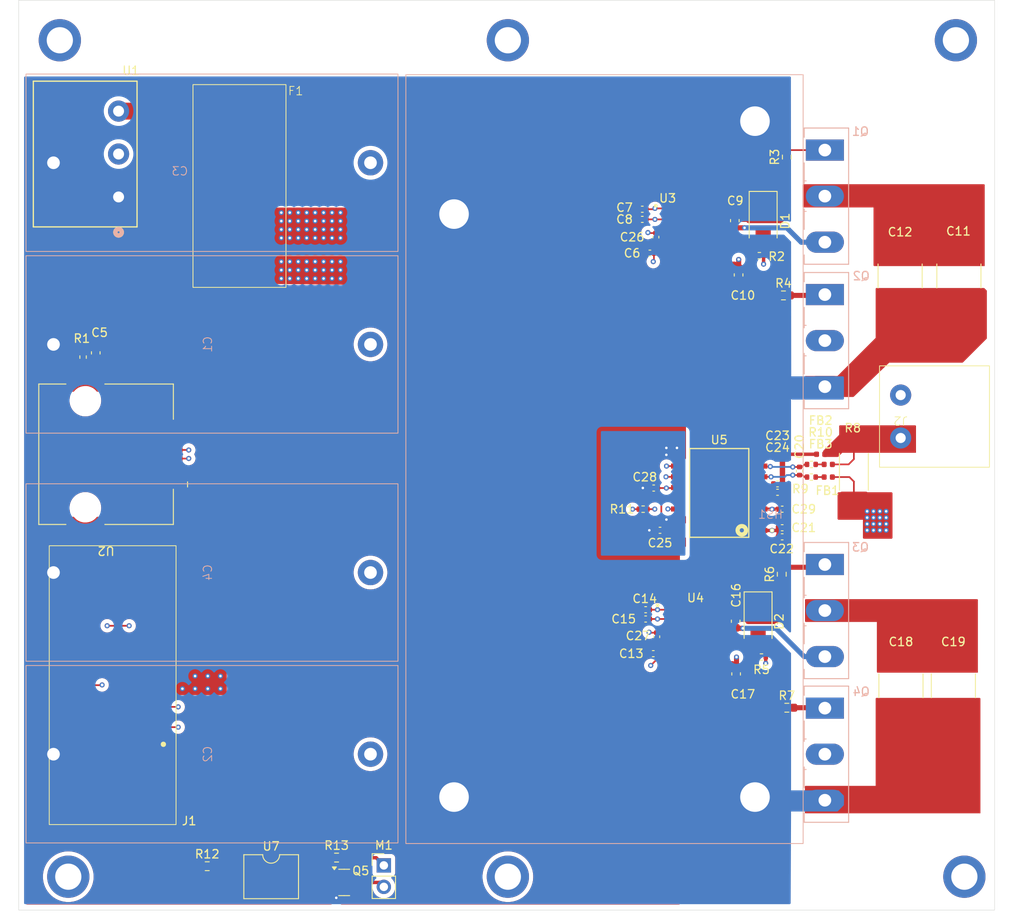
<source format=kicad_pcb>
(kicad_pcb (version 20241229) (generator "pcbnew") (generator_version "9.0")
  (layers (0 "F.Cu" signal) (4 "In1.Cu" signal) (6 "In2.Cu" signal) (2 "B.Cu" signal) (13 "F.Paste" user) (15 "B.Paste" user) (5 "F.SilkS" user "F.Silkscreen") (7 "B.SilkS" user "B.Silkscreen") (1 "F.Mask" user) (3 "B.Mask" user) (25 "Edge.Cuts" user))
  (net 0 "")
  (net 1 "GND")
  (net 2 "200V")
  (net 3 "Net-(F1-Pad1)")
  (net 4 "12V")
  (net 5 "ISOGND")
  (net 6 "Net-(U5-INN)")
  (net 11 "Net-(U5-INP)")
  (net 14 "Net-(D1-A)")
  (net 15 "Net-(U3-GNDB)")
  (net 16 "Net-(D2-A)")
  (net 17 "Net-(U4-GNDB)")
  (net 18 "Net-(D1-K)")
  (net 19 "Net-(D2-K)")
  (net 20 "LEGAH")
  (net 21 "LEGAL")
  (net 22 "DIS")
  (net 23 "3V3")
  (net 24 "Net-(Q1-G)")
  (net 25 "/legA/OUT")
  (net 26 "Net-(Q2-G)")
  (net 27 "Net-(Q3-G)")
  (net 28 "/isense/HGND")
  (net 29 "Net-(Q4-G)")
  (net 30 "Net-(U3-OUTA)")
  (net 31 "Net-(U3-OUTB)")
  (net 32 "Net-(U4-OUTA)")
  (net 33 "Net-(U4-OUTB)")
  (net 36 "Net-(U5-DCDC_OUT)")
  (net 37 "Net-(U5-HLDO_OUT)")
  (net 38 "Net-(U5-DCDC_IN)")
  (net 39 "/isense/in+")
  (net 40 "Net-(FB1-Pad2)")
  (net 41 "/isense/in-")
  (net 42 "Net-(FB2-Pad2)")
  (net 43 "/isense/diag")
  (net 44 "/isense/out-")
  (net 45 "/isense/out+")
  (net 48 "Net-(C5-Pad1)")
  (net 49 "Net-(R12-Pad2)")
  (net 50 "/fan/fan")
  (net 51 "Net-(R13-Pad1)")
  (net 52 "Net-(M1--)")
  (footprint "Capacitor_SMD:C_2220_5750Metric_Pad1.97x5.40mm_HandSolder" (layer "F.Cu") (at 175.352 72.898 -90)
    (property "Reference" "C11")
    (property "Value" "1u")
  )
  (footprint "Capacitor_SMD:C_0402_1005Metric" (layer "F.Cu") (at 154.45 102.7)
    (property "Reference" "C21")
    (property "Value" "1u")
  )
  (footprint "Resistor_SMD:R_0603_1608Metric" (layer "F.Cu") (at 86.435721 142.758539)
    (property "Reference" "R12")
    (property "Value" "430")
  )
  (footprint "Resistor_SMD:R_0402_1005Metric" (layer "F.Cu") (at 138 100.5)
    (property "Reference" "R11")
    (property "Value" "47k")
  )
  (footprint "mdriver:CONN_1148070000_WED" (layer "F.Cu") (at 75.9497 63.5466 90)
    (property "Reference" "U1")
    (property "Value" "~")
  )
  (footprint "Capacitor_SMD:C_0402_1005Metric" (layer "F.Cu") (at 139.5 68.3 -90)
    (property "Reference" "C26")
    (property "Value" "100nF")
  )
  (footprint "Diode_SMD:D_SMA" (layer "F.Cu") (at 152.2 66.4 -90)
    (property "Reference" "D1")
    (property "Value" "D")
  )
  (footprint "Capacitor_SMD:C_0402_1005Metric" (layer "F.Cu") (at 139.6 115.6 -90)
    (property "Reference" "C27")
    (property "Value" "100nF")
  )
  (footprint "Resistor_SMD:R_0603_1608Metric" (layer "F.Cu") (at 101.737926 141.738166)
    (property "Reference" "R13")
    (property "Value" "2k")
  )
  (footprint "Connector_PinHeader_2.54mm:PinHeader_1x02_P2.54mm_Vertical" (layer "F.Cu") (at 107.328818 142.663354)
    (property "Reference" "M1")
    (property "Value" "Fan")
  )
  (footprint "Resistor_SMD:R_0402_1005Metric" (layer "F.Cu") (at 71.75 82.5 90)
    (property "Reference" "R1")
    (property "Value" "1Meg")
  )
  (footprint "Capacitor_SMD:C_0402_1005Metric" (layer "F.Cu") (at 139.25 98 180)
    (property "Reference" "C28")
    (property "Value" "100nF")
  )
  (footprint "Resistor_SMD:R_0402_1005Metric" (layer "F.Cu") (at 152 118 180)
    (property "Reference" "R5")
    (property "Value" "10")
  )
  (footprint "Capacitor_SMD:C_2220_5750Metric_Pad1.97x5.40mm_HandSolder" (layer "F.Cu") (at 168.5 121.4 -90)
    (property "Reference" "C18")
    (property "Value" "1u")
  )
  (footprint "Capacitor_SMD:C_0603_1608Metric" (layer "F.Cu") (at 148.85 66.35 -90)
    (property "Reference" "C9")
    (property "Value" "1uF")
  )
  (footprint "Package_DIP:SMDIP-4_W9.53mm_Clearance8mm" (layer "F.Cu") (at 94 144)
    (property "Reference" "U7")
    (property "Value" "SFH617A-1X007T")
  )
  (footprint "mdriver:J_Wurth_WR-MJ_634008149821" (layer "F.Cu") (at 74.47 94 180)
    (property "Reference" "U2")
    (property "Value" "~")
  )
  (footprint "Inductor_SMD:L_0402_1005Metric" (layer "F.Cu") (at 159.9 95.2 180)
    (property "Reference" "FB2")
    (property "Value" "2.2Ohm")
  )
  (footprint "Diode_SMD:D_SMA" (layer "F.Cu") (at 151.6 113.8 -90)
    (property "Reference" "D2")
    (property "Value" "D")
  )
  (footprint "Capacitor_SMD:C_0402_1005Metric" (layer "F.Cu") (at 156.5 95.98546 90)
    (property "Reference" "C20")
    (property "Value" "1u")
  )
  (footprint "Capacitor_SMD:C_2220_5750Metric_Pad1.97x5.40mm_HandSolder" (layer "F.Cu") (at 168.402 72.898 -90)
    (property "Reference" "C12")
    (property "Value" "1u")
  )
  (footprint "Capacitor_SMD:C_0402_1005Metric" (layer "F.Cu") (at 137.9 65 180)
    (property "Reference" "C7")
    (property "Value" "100pF")
  )
  (footprint "mdriver:fuse" (layer "F.Cu") (at 90.25 62.25)
    (property "Reference" "F1")
    (property "Value" "Fuse")
  )
  (footprint "Capacitor_SMD:C_0402_1005Metric" (layer "F.Cu") (at 137.9 66.2 180)
    (property "Reference" "C8")
    (property "Value" "100pF")
  )
  (footprint "mdriver:10pin_data_connector" (layer "F.Cu") (at 75.25 121.33 90)
    (property "Reference" "J1")
    (property "Value" "Conn_02x05_Odd_Even")
  )
  (footprint "Capacitor_SMD:C_0402_1005Metric" (layer "F.Cu") (at 138.3 112.4 180)
    (property "Reference" "C14")
    (property "Value" "100pF")
  )
  (footprint "Capacitor_SMD:C_0603_1608Metric" (layer "F.Cu") (at 149.293619 72.775 -90)
    (property "Reference" "C10")
    (property "Value" "1uF")
  )
  (footprint "Resistor_SMD:R_0603_1608Metric" (layer "F.Cu") (at 155 58.825 90)
    (property "Reference" "R3")
    (property "Value" "3.3")
  )
  (footprint "Capacitor_SMD:C_0402_1005Metric" (layer "F.Cu") (at 154.45 100.5)
    (property "Reference" "C29")
    (property "Value" "100nF")
  )
  (footprint "Capacitor_SMD:C_2220_5750Metric_Pad1.97x5.40mm_HandSolder" (layer "F.Cu") (at 174.7 121.4 -90)
    (property "Reference" "C19")
    (property "Value" "1u")
  )
  (footprint "Resistor_SMD:R_0402_1005Metric" (layer "F.Cu") (at 151.75 70.5 180)
    (property "Reference" "R2")
    (property "Value" "10")
  )
  (footprint "Capacitor_SMD:C_0402_1005Metric" (layer "F.Cu") (at 139.2 117.6 180)
    (property "Reference" "C13")
    (property "Value" "100nF")
  )
  (footprint "Capacitor_SMD:C_0402_1005Metric" (layer "F.Cu") (at 153.9 97.5)
    (property "Reference" "C24")
    (property "Value" "100nF")
  )
  (footprint "Inductor_SMD:L_0402_1005Metric" (layer "F.Cu") (at 159 94 180)
    (property "Reference" "FB3")
    (property "Value" "2.2Ohm")
  )
  (footprint "Capacitor_SMD:C_0402_1005Metric" (layer "F.Cu") (at 153.9 98.5)
    (property "Reference" "C23")
    (property "Value" "1nF")
  )
  (footprint "Capacitor_SMD:C_0603_1608Metric" (layer "F.Cu") (at 148.949067 113.764067 -90)
    (property "Reference" "C16")
    (property "Value" "1uF")
  )
  (footprint "Resistor_SMD:R_0603_1608Metric" (layer "F.Cu") (at 155 124)
    (property "Reference" "R7")
    (property "Value" "3.3")
  )
  (footprint "Resistor_SMD:R_0603_1608Metric" (layer "F.Cu") (at 154.4 108.2 90)
    (property "Reference" "R6")
    (property "Value" "3.3")
  )
  (footprint "mdriver:SOIC-16" (layer "F.Cu") (at 144.199067 116.889067 -90)
    (property "Reference" "U4")
    (property "Value" "~")
  )
  (footprint "Capacitor_SMD:C_0402_1005Metric" (layer "F.Cu") (at 154.45 103.775)
    (property "Reference" "C22")
    (property "Value" "100nF")
  )
  (footprint "Capacitor_SMD:C_0402_1005Metric" (layer "F.Cu") (at 138.8 70.2 180)
    (property "Reference" "C6")
    (property "Value" "100nF")
  )
  (footprint "Inductor_SMD:L_0402_1005Metric" (layer "F.Cu") (at 159.9 96.7 180)
    (property "Reference" "FB1")
    (property "Value" "2.2Ohm")
  )
  (footprint "mdriver:PAMC3302DWER" (layer "F.Cu") (at 147 98.575 180)
    (property "Reference" "U5")
    (property "Value" "~")
  )
  (footprint "Capacitor_SMD:C_0603_1608Metric" (layer "F.Cu") (at 149 120 -90)
    (property "Reference" "C17")
    (property "Value" "1uF")
  )
  (footprint "Resistor_SMD:R_0603_1608Metric" (layer "F.Cu") (at 154.6 75.2)
    (property "Reference" "R4")
    (property "Value" "3.3")
  )
  (footprint "Capacitor_SMD:C_0402_1005Metric" (layer "F.Cu") (at 138.3 113.5 180)
    (property "Reference" "C15")
    (property "Value" "100pF")
  )
  (footprint "Package_TO_SOT_SMD:SOT-23" (layer "F.Cu") (at 102.636601 144.680436)
    (property "Reference" "Q5")
    (property "Value" "2N7002E")
  )
  (footprint "Resistor_SMD:R_2512_6332Metric_Pad1.40x3.35mm_HandSolder" (layer "F.Cu") (at 162.931546 96.074636 90)
    (property "Reference" "R8")
    (property "Value" "3m")
  )
  (footprint "Resistor_SMD:R_0402_1005Metric" (layer "F.Cu") (at 157.9 95.2 180)
    (property "Reference" "R10")
    (property "Value" "10")
  )
  (footprint "Resistor_SMD:R_0402_1005Metric" (layer "F.Cu") (at 157.9 96.7 180)
    (property "Reference" "R9")
    (property "Value" "10")
  )
  (footprint "mdriver:weidmuller_20A_2pin" (layer "F.Cu") (at 168.466 89.535 180)
    (property "Reference" "J2")
    (property "Value" "Conn_01x02")
  )
  (footprint "mdriver:SOIC-16" (layer "F.Cu") (at 144 69.6 -90)
    (property "Reference" "U3")
    (property "Value" "~")
  )
  (footprint "Capacitor_SMD:C_0603_1608Metric" (layer "F.Cu") (at 73.25 82 90)
    (property "Reference" "C5")
    (property "Value" "1uF")
  )
  (footprint "Capacitor_SMD:C_0402_1005Metric" (layer "F.Cu") (at 140 103 180)
    (property "Reference" "C25")
    (property "Value" "100nF")
  )
  (footprint "mdriver:hex_spacer" (layer "B.Cu") (at 69 45 180)
    (property "Reference" "S3" (hide yes))
    (property "Value" "Hex Spacer 25mm")
  )
  (footprint "Package_TO_SOT_THT:TO-247-3_Vertical" (layer "B.Cu") (at 159.5 75.1 -90)
    (property "Reference" "Q2")
    (property "Value" "NMOS")
  )
  (footprint "Package_TO_SOT_THT:TO-247-3_Vertical" (layer "B.Cu") (at 159.5 107.05 -90)
    (property "Reference" "Q3")
    (property "Value" "NMOS" (hide yes))
  )
  (footprint "mdriver:film_cap_25uF" (layer "B.Cu") (at 87 129.5 -90)
    (property "Reference" "C2")
    (property "Value" "25uF")
  )
  (footprint "Package_TO_SOT_THT:TO-247-3_Vertical" (layer "B.Cu") (at 159.5 124.05 -90)
    (property "Reference" "Q4")
    (property "Value" "NMOS")
  )
  (footprint "mdriver:hex_spacer" (layer "B.Cu") (at 70 144 180)
    (property "Reference" "S4" (hide yes))
    (property "Value" "Hex Spacer 25mm")
  )
  (footprint "mdriver:hex_spacer" (layer "B.Cu") (at 176 144 180)
    (property "Reference" "S2" (hide yes))
    (property "Value" "Hex Spacer 25mm")
  )
  (footprint "mdriver:film_cap_25uF" (layer "B.Cu") (at 87 108 -90)
    (property "Reference" "C4")
    (property "Value" "25uF")
  )
  (footprint "mdriver:hex_spacer" (layer "B.Cu") (at 175 45 180)
    (property "Reference" "S1" (hide yes))
    (property "Value" "Hex Spacer 25mm")
  )
  (footprint "Package_TO_SOT_THT:TO-247-3_Vertical" (layer "B.Cu") (at 159.5 58 -90)
    (property "Reference" "Q1")
    (property "Value" "NMOS")
  )
  (footprint "mdriver:film_cap_25uF" (layer "B.Cu") (at 87 81 -90)
    (property "Reference" "C1")
    (property "Value" "25uF")
  )
  (footprint "mdriver:heatsink_assman" (layer "B.Cu") (at 133.431546 94.574636 180)
    (property "Reference" "HS1")
    (property "Value" "Heatsink_Pad")
  )
  (footprint "mdriver:film_cap_25uF" (layer "B.Cu") (at 87 59.5 -90)
    (property "Reference" "C3")
    (property "Value" "25uF")
  )
  (footprint "mdriver:hex_spacer" (layer "B.Cu") (at 122 144 180)
    (property "Reference" "S5" (hide yes))
    (property "Value" "Hex Spacer 25mm")
  )
  (footprint "mdriver:hex_spacer" (layer "B.Cu") (at 122 45 180)
    (property "Reference" "S6" (hide yes))
    (property "Value" "Hex Spacer 25mm")
  )
  (gr_poly (pts (xy 165.75 119.75) (xy 165.75 113.75) (xy 157.25 113.75) (xy 157.25 111.25) (xy 177.5 111.25) (xy 177.5 119.75)) (stroke (width 0.2)) (fill yes) (layer "F.Cu") (net 2))
  (gr_poly (pts (xy 170.18 90.678) (xy 170.18 93.726) (xy 161.29 93.726) (xy 161.29 90.678)) (stroke (width 0.2)) (fill yes) (layer "F.Cu") (net 41))
  (gr_poly (pts (xy 165.354 64.69) (xy 156.972 64.69) (xy 156.972 62.138) (xy 178.308 62.138) (xy 178.308 71.628) (xy 165.354 71.628)) (stroke (width 0.2)) (fill yes) (layer "F.Cu") (net 2))
  (gr_poly (pts (xy 165.608 122.936) (xy 177.8 122.936) (xy 177.8 136.398) (xy 157.226 136.398) (xy 157.226 133.35) (xy 165.608 133.35)) (stroke (width 0.2)) (fill yes) (layer "F.Cu") (net 1))
  (gr_line (start 73.26 82.75) (end 73.27 84.38) (stroke (width 0.4)) (layer "F.Cu") (net 48))
  (gr_poly (pts (xy 165.608 74.422) (xy 178.308 74.422) (xy 178.562 74.676) (xy 178.562 80.264) (xy 175.768 83.058) (xy 167.07104 83.058) (xy 162.84448 87.122) (xy 157.226 87.122) (xy 157.226 84.836) (xy 161.036 84.836) (xy 165.608 80.264) (xy 165.608 77.978)) (stroke (width 0.2)) (fill yes) (layer "F.Cu") (net 1))
  (gr_rect (start 64.135 40.26) (end 179.575 147.95) (stroke (width 0.05)) (fill no) (layer "Edge.Cuts"))
  (segment (start 99.809128 145.27) (end 100.169564 145.630436) (width 0.2) (layer "F.Cu") (net 1))
  (segment (start 100.169564 145.630436) (end 101.699101 145.630436) (width 0.2) (layer "F.Cu") (net 1))
  (segment (start 101.699101 146.499101) (end 101.7 146.5) (width 0.2) (layer "F.Cu") (net 1))
  (segment (start 98.765 145.27) (end 99.809128 145.27) (width 0.2) (layer "F.Cu") (net 1))
  (segment (start 101.699101 145.630436) (end 101.699101 146.499101) (width 0.2) (layer "F.Cu") (net 1))
  (via (at 101.7 146.5) (size 0.6) (drill 0.3) (layers "F.Cu" "B.Cu") (net 1))
  (via (at 95.2 66.4) (size 0.6) (drill 0.3) (layers "F.Cu" "B.Cu") (net 2))
  (via (at 102.2 66.4) (size 0.6) (drill 0.3) (layers "F.Cu" "B.Cu") (net 2))
  (via (at 95.2 68.4) (size 0.6) (drill 0.3) (layers "F.Cu" "B.Cu") (net 2))
  (via (at 101.2 73.2) (size 0.6) (drill 0.3) (layers "F.Cu" "B.Cu") (net 2))
  (via (at 95.2 72.2) (size 0.6) (drill 0.3) (layers "F.Cu" "B.Cu") (net 2))
  (via (at 96.2 67.4) (size 0.6) (drill 0.3) (layers "F.Cu" "B.Cu") (net 2))
  (via (at 96.2 71.2) (size 0.6) (drill 0.3) (layers "F.Cu" "B.Cu") (net 2))
  (via (at 101.2 66.4) (size 0.6) (drill 0.3) (layers "F.Cu" "B.Cu") (net 2))
  (via (at 98.2 66.4) (size 0.6) (drill 0.3) (layers "F.Cu" "B.Cu") (net 2))
  (via (at 97.2 68.4) (size 0.6) (drill 0.3) (layers "F.Cu" "B.Cu") (net 2))
  (via (at 95.2 67.4) (size 0.6) (drill 0.3) (layers "F.Cu" "B.Cu") (net 2))
  (via (at 98.2 67.4) (size 0.6) (drill 0.3) (layers "F.Cu" "B.Cu") (net 2))
  (via (at 99.2 66.4) (size 0.6) (drill 0.3) (layers "F.Cu" "B.Cu") (net 2))
  (via (at 100.2 73.2) (size 0.6) (drill 0.3) (layers "F.Cu" "B.Cu") (net 2))
  (via (at 95.2 73.2) (size 0.6) (drill 0.3) (layers "F.Cu" "B.Cu") (net 2))
  (via (at 100.2 72.2) (size 0.6) (drill 0.3) (layers "F.Cu" "B.Cu") (net 2))
  (via (at 100.2 67.4) (size 0.6) (drill 0.3) (layers "F.Cu" "B.Cu") (net 2))
  (via (at 99.2 73.2) (size 0.6) (drill 0.3) (layers "F.Cu" "B.Cu") (net 2))
  (via (at 102.2 65.4) (size 0.6) (drill 0.3) (layers "F.Cu" "B.Cu") (net 2))
  (via (at 97.2 66.4) (size 0.6) (drill 0.3) (layers "F.Cu" "B.Cu") (net 2))
  (via (at 100.2 65.4) (size 0.6) (drill 0.3) (layers "F.Cu" "B.Cu") (net 2))
  (via (at 102.2 68.4) (size 0.6) (drill 0.3) (layers "F.Cu" "B.Cu") (net 2))
  (via (at 101.2 72.2) (size 0.6) (drill 0.3) (layers "F.Cu" "B.Cu") (net 2))
  (via (at 99.2 65.4) (size 0.6) (drill 0.3) (layers "F.Cu" "B.Cu") (net 2))
  (via (at 96.2 68.4) (size 0.6) (drill 0.3) (layers "F.Cu" "B.Cu") (net 2))
  (via (at 98.2 65.4) (size 0.6) (drill 0.3) (layers "F.Cu" "B.Cu") (net 2))
  (via (at 97.2 71.2) (size 0.6) (drill 0.3) (layers "F.Cu" "B.Cu") (net 2))
  (via (at 98.2 73.2) (size 0.6) (drill 0.3) (layers "F.Cu" "B.Cu") (net 2))
  (via (at 100.2 68.4) (size 0.6) (drill 0.3) (layers "F.Cu" "B.Cu") (net 2))
  (via (at 98.2 71.2) (size 0.6) (drill 0.3) (layers "F.Cu" "B.Cu") (net 2))
  (via (at 100.2 66.4) (size 0.6) (drill 0.3) (layers "F.Cu" "B.Cu") (net 2))
  (via (at 99.2 72.2) (size 0.6) (drill 0.3) (layers "F.Cu" "B.Cu") (net 2))
  (via (at 101.2 67.4) (size 0.6) (drill 0.3) (layers "F.Cu" "B.Cu") (net 2))
  (via (at 99.2 67.4) (size 0.6) (drill 0.3) (layers "F.Cu" "B.Cu") (net 2))
  (via (at 96.2 66.4) (size 0.6) (drill 0.3) (layers "F.Cu" "B.Cu") (net 2))
  (via (at 101.2 71.2) (size 0.6) (drill 0.3) (layers "F.Cu" "B.Cu") (net 2))
  (via (at 98.2 72.2) (size 0.6) (drill 0.3) (layers "F.Cu" "B.Cu") (net 2))
  (via (at 102.2 71.2) (size 0.6) (drill 0.3) (layers "F.Cu" "B.Cu") (net 2))
  (via (at 97.2 72.2) (size 0.6) (drill 0.3) (layers "F.Cu" "B.Cu") (net 2))
  (via (at 97.2 67.4) (size 0.6) (drill 0.3) (layers "F.Cu" "B.Cu") (net 2))
  (via (at 96.2 72.2) (size 0.6) (drill 0.3) (layers "F.Cu" "B.Cu") (net 2))
  (via (at 99.2 71.2) (size 0.6) (drill 0.3) (layers "F.Cu" "B.Cu") (net 2))
  (via (at 102.2 73.2) (size 0.6) (drill 0.3) (layers "F.Cu" "B.Cu") (net 2))
  (via (at 97.2 73.2) (size 0.6) (drill 0.3) (layers "F.Cu" "B.Cu") (net 2))
  (via (at 102.2 72.2) (size 0.6) (drill 0.3) (layers "F.Cu" "B.Cu") (net 2))
  (via (at 102.2 67.4) (size 0.6) (drill 0.3) (layers "F.Cu" "B.Cu") (net 2))
  (via (at 98.2 68.4) (size 0.6) (drill 0.3) (layers "F.Cu" "B.Cu") (net 2))
  (via (at 99.2 68.4) (size 0.6) (drill 0.3) (layers "F.Cu" "B.Cu") (net 2))
  (via (at 97.2 65.4) (size 0.6) (drill 0.3) (layers "F.Cu" "B.Cu") (net 2))
  (via (at 101.2 68.4) (size 0.6) (drill 0.3) (layers "F.Cu" "B.Cu") (net 2))
  (via (at 96.2 73.2) (size 0.6) (drill 0.3) (layers "F.Cu" "B.Cu") (net 2))
  (via (at 100.2 71.2) (size 0.6) (drill 0.3) (layers "F.Cu" "B.Cu") (net 2))
  (via (at 96.2 65.4) (size 0.6) (drill 0.3) (layers "F.Cu" "B.Cu") (net 2))
  (via (at 95.2 71.2) (size 0.6) (drill 0.3) (layers "F.Cu" "B.Cu") (net 2))
  (via (at 101.2 65.4) (size 0.6) (drill 0.3) (layers "F.Cu" "B.Cu") (net 2))
  (via (at 95.2 65.4) (size 0.6) (drill 0.3) (layers "F.Cu" "B.Cu") (net 2))
  (segment (start 75.9497 53.3866) (end 89.8866 53.3866) (width 2) (layer "F.Cu") (net 3))
  (segment (start 89.8866 53.3866) (end 90.25 53.75) (width 0.2) (layer "F.Cu") (net 3))
  (segment (start 149.3044 70.945108) (end 149.3044 71.989219) (width 0.6) (layer "F.Cu") (net 4))
  (segment (start 149.046875 118.006954) (end 149.046875 119.178125) (width 0.6) (layer "F.Cu") (net 4))
  (segment (start 105.988166 141.738166) (end 102.562926 141.738166) (width 0.4) (layer "F.Cu") (net 4))
  (segment (start 106 141.75) (end 105.988166 141.738166) (width 0.4) (layer "F.Cu") (net 4))
  (segment (start 152.25 71.5) (end 152.25 70.51) (width 0.4) (layer "F.Cu") (net 4))
  (segment (start 106.415464 141.75) (end 106 141.75) (width 0.4) (layer "F.Cu") (net 4))
  (segment (start 148.569067 118.794067) (end 149 119.225) (width 0.6) (layer "F.Cu") (net 4))
  (segment (start 149.3044 71.989219) (end 149.293619 72) (width 0.6) (layer "F.Cu") (net 4))
  (segment (start 152.5 118.01) (end 152.51 118) (width 0.4) (layer "F.Cu") (net 4))
  (segment (start 152.25 70.51) (end 152.26 70.5) (width 0.4) (layer "F.Cu") (net 4))
  (segment (start 149.046875 119.178125) (end 149 119.225) (width 0.6) (layer "F.Cu") (net 4))
  (segment (start 152.5 118.75) (end 152.5 118.01) (width 0.4) (layer "F.Cu") (net 4))
  (segment (start 102.562926 142.866611) (end 102.562926 141.738166) (width 0.2) (layer "F.Cu") (net 4))
  (segment (start 107.328818 142.663354) (end 106.415464 141.75) (width 0.4) (layer "F.Cu") (net 4))
  (segment (start 147.049067 118.794067) (end 148.569067 118.794067) (width 0.6) (layer "F.Cu") (net 4))
  (segment (start 101.699101 143.730436) (end 102.562926 142.866611) (width 0.2) (layer "F.Cu") (net 4))
  (segment (start 148.798619 71.505) (end 149.293619 72) (width 0.6) (layer "F.Cu") (net 4))
  (segment (start 146.85 71.505) (end 148.798619 71.505) (width 0.6) (layer "F.Cu") (net 4))
  (via (at 149.3044 70.945108) (size 0.6) (drill 0.3) (layers "F.Cu" "B.Cu") (net 4))
  (via (at 152.25 71.5) (size 0.6) (drill 0.3) (layers "F.Cu" "B.Cu") (net 4))
  (via (at 152.5 118.75) (size 0.6) (drill 0.3) (layers "F.Cu" "B.Cu") (net 4))
  (via (at 149.046875 118.006954) (size 0.6) (drill 0.3) (layers "F.Cu" "B.Cu") (net 4))
  (segment (start 138.73394 103) (end 139.25 103) (width 0.2) (layer "F.Cu") (net 5))
  (segment (start 138.77 98) (end 137.974945 98) (width 0.2) (layer "F.Cu") (net 5))
  (segment (start 140.774089 101.75) (end 140.754281 101.730192) (width 0.2) (layer "F.Cu") (net 5))
  (segment (start 142.125001 101.75) (end 140.774089 101.75) (width 0.2) (layer "F.Cu") (net 5))
  (segment (start 141.15 68.965) (end 141.015 69.1) (width 0.2) (layer "F.Cu") (net 5))
  (segment (start 137.974945 98) (end 137.965844 97.990899) (width 0.2) (layer "F.Cu") (net 5))
  (via (at 140.75 93.25) (size 0.6) (drill 0.3) (layers "F.Cu" "B.Cu") (net 5))
  (via (at 140.754281 101.730192) (size 0.6) (drill 0.3) (layers "F.Cu" "B.Cu") (net 5))
  (via (at 137.965844 97.990899) (size 0.6) (drill 0.3) (layers "F.Cu" "B.Cu") (net 5))
  (via (at 142 93.25) (size 0.6) (drill 0.3) (layers "F.Cu" "B.Cu") (net 5))
  (via (at 138.73394 103) (size 0.6) (drill 0.3) (layers "F.Cu" "B.Cu") (net 5))
  (via (at 140.747143 94.070665) (size 0.6) (drill 0.3) (layers "F.Cu" "B.Cu") (net 5))
  (segment (start 155.7 95.50546) (end 156.78454 95.50546) (width 0.2) (layer "F.Cu") (net 6))
  (segment (start 156.78454 95.50546) (end 157.09 95.2) (width 0.2) (layer "F.Cu") (net 6))
  (segment (start 151.861948 95.455039) (end 151.806545 95.399636) (width 0.2) (layer "F.Cu") (net 6))
  (segment (start 153.04375 95.455039) (end 151.861948 95.455039) (width 0.2) (layer "F.Cu") (net 6))
  (via (at 155.7 95.50546) (size 0.6) (drill 0.3) (layers "F.Cu" "B.Cu") (net 6))
  (via (at 153.04375 95.455039) (size 0.6) (drill 0.3) (layers "F.Cu" "B.Cu") (net 6))
  (segment (start 153.084624 95.495913) (end 153.04375 95.455039) (width 0.2) (layer "B.Cu") (net 6))
  (segment (start 155.290504 95.50546) (end 155.280957 95.495913) (width 0.2) (layer "B.Cu") (net 6))
  (segment (start 155.280957 95.495913) (end 153.084624 95.495913) (width 0.2) (layer "B.Cu") (net 6))
  (segment (start 155.7 95.50546) (end 155.290504 95.50546) (width 0.2) (layer "B.Cu") (net 6))
  (segment (start 153.131546 96.674636) (end 151.811545 96.674636) (width 0.2) (layer "F.Cu") (net 11))
  (segment (start 151.811545 96.674636) (end 151.806545 96.669636) (width 0.2) (layer "F.Cu") (net 11))
  (segment (start 156.85546 96.46546) (end 157.09 96.7) (width 0.2) (layer "F.Cu") (net 11))
  (segment (start 155.7 96.46546) (end 156.85546 96.46546) (width 0.2) (layer "F.Cu") (net 11))
  (via (at 155.7 96.46546) (size 0.6) (drill 0.3) (layers "F.Cu" "B.Cu") (net 11))
  (via (at 153.131546 96.674636) (size 0.6) (drill 0.3) (layers "F.Cu" "B.Cu") (net 11))
  (segment (start 155.7 96.46546) (end 154.984397 96.46546) (width 0.2) (layer "B.Cu") (net 11))
  (segment (start 154.984397 96.46546) (end 154.775221 96.674636) (width 0.2) (layer "B.Cu") (net 11))
  (segment (start 154.775221 96.674636) (end 153.131546 96.674636) (width 0.2) (layer "B.Cu") (net 11))
  (segment (start 151.24 69.36) (end 152.2 68.4) (width 0.4) (layer "F.Cu") (net 14))
  (segment (start 151.24 70.5) (end 151.24 69.36) (width 0.4) (layer "F.Cu") (net 14))
  (segment (start 146.85 74.045) (end 148.798619 74.045) (width 0.6) (layer "F.Cu") (net 15))
  (segment (start 148.798619 74.045) (end 149.293619 73.55) (width 0.6) (layer "F.Cu") (net 15))
  (segment (start 151.49 118) (end 151.49 115.91) (width 0.4) (layer "F.Cu") (net 16))
  (segment (start 151.49 115.91) (end 151.6 115.8) (width 0.4) (layer "F.Cu") (net 16))
  (segment (start 148.440933 121.334067) (end 149 120.775) (width 0.6) (layer "F.Cu") (net 17))
  (segment (start 147.049067 121.334067) (end 148.440933 121.334067) (width 0.6) (layer "F.Cu") (net 17))
  (segment (start 148.85 65.475) (end 148.675 65.475) (width 0.2) (layer "F.Cu") (net 18))
  (segment (start 149.099951 65.225049) (end 148.85 65.475) (width 0.2) (layer "F.Cu") (net 18))
  (segment (start 148.355 65.155) (end 146.85 65.155) (width 0.6) (layer "F.Cu") (net 18))
  (segment (start 148.675 65.475) (end 148.355 65.155) (width 0.6) (layer "F.Cu") (net 18))
  (segment (start 151.374951 65.225049) (end 149.099951 65.225049) (width 0.4) (layer "F.Cu") (net 18))
  (segment (start 152.2 64.4) (end 151.374951 65.225049) (width 0.2) (layer "F.Cu") (net 18))
  (segment (start 151.6 111.8) (end 150.138134 111.8) (width 0.4) (layer "F.Cu") (net 19))
  (segment (start 148.949067 112.989067) (end 148.949067 112.749067) (width 0.2) (layer "F.Cu") (net 19))
  (segment (start 147.049067 112.444067) (end 148.404067 112.444067) (width 0.6) (layer "F.Cu") (net 19))
  (segment (start 150.138134 111.8) (end 148.949067 112.989067) (width 0.4) (layer "F.Cu") (net 19))
  (segment (start 148.404067 112.444067) (end 148.949067 112.989067) (width 0.6) (layer "F.Cu") (net 19))
  (segment (start 140.895 64.9) (end 141.15 65.155) (width 0.2) (layer "F.Cu") (net 20))
  (segment (start 139.4 64.9) (end 140.895 64.9) (width 0.2) (layer "F.Cu") (net 20))
  (segment (start 79.86 126.3) (end 79.75 126.41) (width 0.2) (layer "F.Cu") (net 20))
  (segment (start 83 126.3) (end 79.86 126.3) (width 0.2) (layer "F.Cu") (net 20))
  (segment (start 139.3 65) (end 139.4 64.9) (width 0.2) (layer "F.Cu") (net 20))
  (segment (start 138.78 113.5) (end 141.135 113.5) (width 0.2) (layer "F.Cu") (net 20))
  (segment (start 141.135 113.5) (end 141.349067 113.714067) (width 0.2) (layer "F.Cu") (net 20))
  (segment (start 138.38 65) (end 139.3 65) (width 0.2) (layer "F.Cu") (net 20))
  (via (at 139.7 113.5) (size 0.6) (drill 0.3) (layers "F.Cu" "B.Cu") (net 20))
  (via (at 139.4 64.9) (size 0.6) (drill 0.3) (layers "F.Cu" "B.Cu") (net 20))
  (via (at 83 126.3) (size 0.6) (drill 0.3) (layers "F.Cu" "B.Cu") (net 20))
  (segment (start 139.4 66.2) (end 140.925 66.2) (width 0.2) (layer "F.Cu") (net 21))
  (segment (start 140.925 66.2) (end 141.15 66.425) (width 0.2) (layer "F.Cu") (net 21))
  (segment (start 79.78 123.9) (end 79.75 123.87) (width 0.2) (layer "F.Cu") (net 21))
  (segment (start 83 123.9) (end 79.78 123.9) (width 0.2) (layer "F.Cu") (net 21))
  (segment (start 138.38 66.2) (end 139.4 66.2) (width 0.2) (layer "F.Cu") (net 21))
  (segment (start 138.78 112.4) (end 141.305 112.4) (width 0.2) (layer "F.Cu") (net 21))
  (segment (start 141.305 112.4) (end 141.349067 112.444067) (width 0.2) (layer "F.Cu") (net 21))
  (via (at 83 123.9) (size 0.6) (drill 0.3) (layers "F.Cu" "B.Cu") (net 21))
  (via (at 139.7 112.4) (size 0.6) (drill 0.3) (layers "F.Cu" "B.Cu") (net 21))
  (via (at 139.4 66.2) (size 0.6) (drill 0.3) (layers "F.Cu" "B.Cu") (net 21))
  (segment (start 73.97 121.33) (end 70.75 121.33) (width 0.2) (layer "F.Cu") (net 22))
  (segment (start 141.115 70.2) (end 141.15 70.235) (width 0.2) (layer "F.Cu") (net 22))
  (segment (start 139.28 71.12) (end 139.2 71.2) (width 0.2) (layer "F.Cu") (net 22))
  (segment (start 139.28 70.2) (end 139.28 71.12) (width 0.2) (layer "F.Cu") (net 22))
  (segment (start 74 121.3) (end 73.97 121.33) (width 0.2) (layer "F.Cu") (net 22))
  (segment (start 139.68 117.6) (end 139.68 118.22) (width 0.2) (layer "F.Cu") (net 22))
  (segment (start 141.349067 117.524067) (end 139.755933 117.524067) (width 0.2) (layer "F.Cu") (net 22))
  (segment (start 77.2 114.3) (end 74.6 114.3) (width 0.2) (layer "F.Cu") (net 22))
  (segment (start 139.755933 117.524067) (end 139.68 117.6) (width 0.2) (layer "F.Cu") (net 22))
  (segment (start 139.28 70.2) (end 141.115 70.2) (width 0.2) (layer "F.Cu") (net 22))
  (segment (start 139.68 118.22) (end 138.9 119) (width 0.2) (layer "F.Cu") (net 22))
  (via (at 74 121.3) (size 0.6) (drill 0.3) (layers "F.Cu" "B.Cu") (net 22))
  (via (at 77.2 114.3) (size 0.6) (drill 0.3) (layers "F.Cu" "B.Cu") (net 22))
  (via (at 139.2 71.2) (size 0.6) (drill 0.3) (layers "F.Cu" "B.Cu") (net 22))
  (via (at 74.6 114.3) (size 0.6) (drill 0.3) (layers "F.Cu" "B.Cu") (net 22))
  (via (at 138.9 119) (size 0.6) (drill 0.3) (layers "F.Cu" "B.Cu") (net 22))
  (segment (start 137.49 100.5) (end 136.75 100.5) (width 0.2) (layer "F.Cu") (net 23))
  (segment (start 141.349067 114.984067) (end 139.735933 114.984067) (width 0.2) (layer "F.Cu") (net 23))
  (segment (start 139.5 67.82) (end 138.622978 67.82) (width 0.2) (layer "F.Cu") (net 23))
  (segment (start 139.735933 114.984067) (end 139.6 115.12) (width 0.2) (layer "F.Cu") (net 23))
  (segment (start 140.75 98) (end 142.065001 98) (width 0.2) (layer "F.Cu") (net 23))
  (segment (start 139.625 67.695) (end 139.5 67.82) (width 0.2) (layer "F.Cu") (net 23))
  (segment (start 139.6 115.12) (end 138.759068 115.12) (width 0.2) (layer "F.Cu") (net 23))
  (segment (start 140.75 98) (end 139.73 98) (width 0.2) (layer "F.Cu") (net 23))
  (segment (start 141.15 67.695) (end 139.625 67.695) (width 0.2) (layer "F.Cu") (net 23))
  (segment (start 138.622978 67.82) (end 138.566856 67.763878) (width 0.2) (layer "F.Cu") (net 23))
  (segment (start 138.759068 115.12) (end 138.706241 115.067173) (width 0.2) (layer "F.Cu") (net 23))
  (segment (start 142.065001 98) (end 142.125001 97.94) (width 0.2) (layer "F.Cu") (net 23))
  (via (at 85 121.75) (size 0.6) (drill 0.3) (layers "F.Cu" "B.Cu") (net 23))
  (via (at 88 121.75) (size 0.6) (drill 0.3) (layers "F.Cu" "B.Cu") (net 23))
  (via (at 86.5 120.25) (size 0.6) (drill 0.3) (layers "F.Cu" "B.Cu") (net 23))
  (via (at 140.75 98) (size 0.6) (drill 0.3) (layers "F.Cu" "B.Cu") (net 23))
  (via (at 88 120.25) (size 0.6) (drill 0.3) (layers "F.Cu" "B.Cu") (net 23))
  (via (at 86.5 121.75) (size 0.6) (drill 0.3) (layers "F.Cu" "B.Cu") (net 23))
  (via (at 136.75 100.5) (size 0.6) (drill 0.3) (layers "F.Cu" "B.Cu") (net 23))
  (via (at 138.566856 67.763878) (size 0.6) (drill 0.3) (layers "F.Cu" "B.Cu") (net 23))
  (via (at 85 120.25) (size 0.6) (drill 0.3) (layers "F.Cu" "B.Cu") (net 23))
  (via (at 138.706241 115.067173) (size 0.6) (drill 0.3) (layers "F.Cu" "B.Cu") (net 23))
  (via (at 83.5 121.75) (size 0.6) (drill 0.3) (layers "F.Cu" "B.Cu") (net 23))
  (segment (start 155 58) (end 159.5 58) (width 0.2) (layer "F.Cu") (net 24))
  (segment (start 159.5 58) (end 159.5 58.25) (width 0.2) (layer "F.Cu") (net 24))
  (segment (start 146.85 67.695) (end 148.38 67.695) (width 0.6) (layer "F.Cu") (net 25))
  (segment (start 150 67.2) (end 148.875 67.2) (width 0.6) (layer "F.Cu") (net 25))
  (segment (start 148.38 67.695) (end 148.85 67.225) (width 0.6) (layer "F.Cu") (net 25))
  (segment (start 148.475 67.225) (end 148.85 67.225) (width 0.2) (layer "F.Cu") (net 25))
  (segment (start 148.875 67.2) (end 148.85 67.225) (width 0.2) (layer "F.Cu") (net 25))
  (via (at 150 67.2) (size 0.6) (drill 0.3) (layers "F.Cu" "B.Cu") (net 25))
  (segment (start 156.7 68.9) (end 155 67.2) (width 0.6) (layer "B.Cu") (net 25))
  (segment (start 159.5 68.9) (end 156.7 68.9) (width 0.6) (layer "B.Cu") (net 25))
  (segment (start 155 67.2) (end 150 67.2) (width 0.6) (layer "B.Cu") (net 25))
  (segment (start 159.4 75.2) (end 159.5 75.1) (width 0.2) (layer "F.Cu") (net 26))
  (segment (start 155.425 75.2) (end 159.4 75.2) (width 0.6) (layer "F.Cu") (net 26))
  (segment (start 159.175 107.375) (end 159.5 107.05) (width 0.2) (layer "F.Cu") (net 27))
  (segment (start 154.4 107.375) (end 159.175 107.375) (width 0.6) (layer "F.Cu") (net 27))
  (segment (start 154.426875 101.75) (end 154.975 101.75) (width 0.6) (layer "F.Cu") (net 28))
  (segment (start 151.874999 101.75) (end 154.426875 101.75) (width 0.6) (layer "F.Cu") (net 28))
  (segment (start 151.929999 94) (end 151.874999 94.055) (width 0.2) (layer "F.Cu") (net 28))
  (segment (start 158.515 94) (end 151.929999 94) (width 0.4) (layer "F.Cu") (net 28))
  (segment (start 159.45 124) (end 159.5 124.05) (width 0.2) (layer "F.Cu") (net 29))
  (segment (start 155.825 124) (end 159.45 124) (width 0.6) (layer "F.Cu") (net 29))
  (segment (start 155 65.6) (end 154.8 65.8) (width 0.6) (layer "F.Cu") (net 30))
  (segment (start 155 59.65) (end 155 65.6) (width 0.6) (layer "F.Cu") (net 30))
  (segment (start 154.25 66.35) (end 154.8 65.8) (width 0.6) (layer "F.Cu") (net 30))
  (segment (start 146.85 66.425) (end 146.925 66.35) (width 0.2) (layer "F.Cu") (net 30))
  (segment (start 146.925 66.35) (end 150.5 66.35) (width 0.3) (layer "F.Cu") (net 30))
  (segment (start 150.5 66.35) (end 154.25 66.35) (width 0.6) (layer "F.Cu") (net 30))
  (segment (start 153.4 75.2) (end 153.775 75.2) (width 0.3) (layer "F.Cu") (net 31))
  (segment (start 150.225 72.775) (end 150.25 72.75) (width 0.2) (layer "F.Cu") (net 31))
  (segment (start 146.85 72.775) (end 150.225 72.775) (width 0.2) (layer "F.Cu") (net 31))
  (segment (start 150.25 72.75) (end 152.7 75.2) (width 0.6) (layer "F.Cu") (net 31))
  (segment (start 152.7 75.2) (end 153.775 75.2) (width 0.6) (layer "F.Cu") (net 31))
  (segment (start 153.836756 113.763244) (end 154.4 113.2) (width 0.6) (layer "F.Cu") (net 32))
  (segment (start 147.049067 113.714067) (end 147.098244 113.763244) (width 0.2) (layer "F.Cu") (net 32))
  (segment (start 150.340067 113.740067) (end 150.4 113.8) (width 0.2) (layer "F.Cu") (net 32))
  (segment (start 147.075067 113.740067) (end 150.340067 113.740067) (width 0.2) (layer "F.Cu") (net 32))
  (segment (start 153.836756 113.763244) (end 153.8 113.8) (width 0.6) (layer "F.Cu") (net 32))
  (segment (start 154.4 113.2) (end 154.4 109.025) (width 0.6) (layer "F.Cu") (net 32))
  (segment (start 147.049067 113.714067) (end 147.075067 113.740067) (width 0.2) (layer "F.Cu") (net 32))
  (segment (start 153.8 113.8) (end 150.4 113.8) (width 0.6) (layer "F.Cu") (net 32))
  (segment (start 150.4 120) (end 154.175 123.775) (width 0.6) (layer "F.Cu") (net 33))
  (segment (start 147.113134 120) (end 150 120) (width 0.2) (layer "F.Cu") (net 33))
  (segment (start 150.4 120) (end 150 120) (width 0.6) (layer "F.Cu") (net 33))
  (segment (start 154.175 123.775) (end 154.175 124) (width 0.2) (layer "F.Cu") (net 33))
  (segment (start 147.049067 120.064067) (end 147.113134 120) (width 0.2) (layer "F.Cu") (net 33))
  (segment (start 151.894999 100.5) (end 153.97 100.5) (width 0.4) (layer "F.Cu") (net 36))
  (segment (start 153.97 102.7) (end 153.97 103.010866) (width 0.4) (layer "F.Cu") (net 36))
  (segment (start 153.97 103.010866) (end 153.97 103.775) (width 0.4) (layer "F.Cu") (net 36))
  (segment (start 153.25 103.02) (end 153.515161 103.02) (width 0.4) (layer "F.Cu") (net 36))
  (segment (start 151.894999 100.5) (end 151.874999 100.48) (width 0.2) (layer "F.Cu") (net 36))
  (segment (start 151.874999 103.02) (end 153.25 103.02) (width 0.4) (layer "F.Cu") (net 36))
  (segment (start 153.515161 103.02) (end 153.52 103.024839) (width 0.4) (layer "F.Cu") (net 36))
  (segment (start 153.515161 103.02) (end 153.960866 103.02) (width 0.4) (layer "F.Cu") (net 36))
  (segment (start 153.960866 103.02) (end 153.97 103.010866) (width 0.4) (layer "F.Cu") (net 36))
  (via (at 153.25 100.5) (size 0.6) (drill 0.3) (layers "F.Cu" "B.Cu") (net 36))
  (via (at 153.25 103.02) (size 0.6) (drill 0.3) (layers "F.Cu" "B.Cu") (net 36))
  (segment (start 153.42 98) (end 153.42 98.5) (width 0.4) (layer "F.Cu") (net 37))
  (segment (start 153.42 97.5) (end 153.42 98) (width 0.4) (layer "F.Cu") (net 37))
  (segment (start 153.42 98) (end 153.36 97.94) (width 0.4) (layer "F.Cu") (net 37))
  (segment (start 153.36 97.94) (end 151.874999 97.94) (width 0.4) (layer "F.Cu") (net 37))
  (segment (start 142.105001 103) (end 142.125001 103.02) (width 0.2) (layer "F.Cu") (net 38))
  (segment (start 140.48 103) (end 142.105001 103) (width 0.2) (layer "F.Cu") (net 38))
  (segment (start 140.48 102.48) (end 140.153281 102.153281) (width 0.2) (layer "F.Cu") (net 38))
  (segment (start 140.29 99.21) (end 142.125001 99.21) (width 0.2) (layer "F.Cu") (net 38))
  (segment (start 140.48 103) (end 140.48 102.48) (width 0.2) (layer "F.Cu") (net 38))
  (segment (start 140.153281 102.153281) (end 140.153281 99.346719) (width 0.2) (layer "F.Cu") (net 38))
  (segment (start 140.153281 99.346719) (end 140.29 99.21) (width 0.2) (layer "F.Cu") (net 38))
  (segment (start 149.01 114.6) (end 148.949067 114.539067) (width 0.2) (layer "F.Cu") (net 39))
  (segment (start 147.049067 114.984067) (end 148.504067 114.984067) (width 0.6) (layer "F.Cu") (net 39))
  (segment (start 162.931546 99.124636) (end 162.931546 97.231546) (width 0.2) (layer "F.Cu") (net 39))
  (segment (start 162.931546 97.231546) (end 162.4 96.7) (width 0.2) (layer "F.Cu") (net 39))
  (segment (start 149.788712 114.6) (end 149.01 114.6) (width 0.6) (layer "F.Cu") (net 39))
  (segment (start 148.504067 114.984067) (end 148.949067 114.539067) (width 0.6) (layer "F.Cu") (net 39))
  (segment (start 162.4 96.7) (end 160.385 96.7) (width 0.2) (layer "F.Cu") (net 39))
  (via (at 166 103) (size 0.6) (drill 0.3) (layers "F.Cu" "B.Cu") (net 39))
  (via (at 166.75 101.5) (size 0.6) (drill 0.3) (layers "F.Cu" "B.Cu") (net 39))
  (via (at 166.75 100.75) (size 0.6) (drill 0.3) (layers "F.Cu" "B.Cu") (net 39))
  (via (at 149.788712 114.6) (size 0.6) (drill 0.3) (layers "F.Cu" "B.Cu") (net 39))
  (via (at 165.25 100.75) (size 0.6) (drill 0.3) (layers "F.Cu" "B.Cu") (net 39))
  (via (at 166 100.75) (size 0.6) (drill 0.3) (layers "F.Cu" "B.Cu") (net 39))
  (via (at 165.25 102.25) (size 0.6) (drill 0.3) (layers "F.Cu" "B.Cu") (net 39))
  (via (at 166 102.25) (size 0.6) (drill 0.3) (layers "F.Cu" "B.Cu") (net 39))
  (via (at 166.75 103) (size 0.6) (drill 0.3) (layers "F.Cu" "B.Cu") (net 39))
  (via (at 166 101.5) (size 0.6) (drill 0.3) (layers "F.Cu" "B.Cu") (net 39))
  (via (at 164.5 103) (size 0.6) (drill 0.3) (layers "F.Cu" "B.Cu") (net 39))
  (via (at 165.25 103) (size 0.6) (drill 0.3) (layers "F.Cu" "B.Cu") (net 39))
  (via (at 164.5 102.25) (size 0.6) (drill 0.3) (layers "F.Cu" "B.Cu") (net 39))
  (via (at 165.25 101.5) (size 0.6) (drill 0.3) (layers "F.Cu" "B.Cu") (net 39))
  (via (at 164.5 100.75) (size 0.6) (drill 0.3) (layers "F.Cu" "B.Cu") (net 39))
  (via (at 164.5 101.5) (size 0.6) (drill 0.3) (layers "F.Cu" "B.Cu") (net 39))
  (via (at 166.75 102.25) (size 0.6) (drill 0.3) (layers "F.Cu" "B.Cu") (net 39))
  (segment (start 149.788712 114.6) (end 153.7 114.6) (width 0.6) (layer "B.Cu") (net 39))
  (segment (start 153.7 114.6) (end 157.05 117.95) (width 0.6) (layer "B.Cu") (net 39))
  (segment (start 157.05 117.95) (end 159.5 117.95) (width 0.6) (layer "B.Cu") (net 39))
  (segment (start 158.41 96.7) (end 159.115 96.7) (width 0.2) (layer "F.Cu") (net 40))
  (segment (start 162.931546 93.024636) (end 161.575364 93.024636) (width 0.2) (layer "F.Cu") (net 41))
  (segment (start 162.306182 95.2) (end 160.385 95.2) (width 0.2) (layer "F.Cu") (net 41))
  (segment (start 162.931546 93.024636) (end 162.931546 94.574636) (width 0.2) (layer "F.Cu") (net 41))
  (segment (start 159.535 93.95) (end 159.485 94) (width 0.2) (layer "F.Cu") (net 41))
  (segment (start 162.931546 94.574636) (end 162.306182 95.2) (width 0.2) (layer "F.Cu") (net 41))
  (segment (start 159.115 95.2) (end 158.7 95.2) (width 0.2) (layer "F.Cu") (net 42))
  (segment (start 138.51 100.5) (end 139.366755 100.5) (width 0.2) (layer "F.Cu") (net 43))
  (segment (start 139.366755 100.5) (end 139.375979 100.490776) (width 0.2) (layer "F.Cu") (net 43))
  (segment (start 138.53 100.48) (end 138.51 100.5) (width 0.2) (layer "F.Cu") (net 43))
  (segment (start 142.125001 100.48) (end 140.938965 100.48) (width 0.2) (layer "F.Cu") (net 43))
  (segment (start 140.938965 100.48) (end 140.931819 100.472854) (width 0.2) (layer "F.Cu") (net 43))
  (via (at 140.931819 100.472854) (size 0.6) (drill 0.3) (layers "F.Cu" "B.Cu") (net 43))
  (via (at 139.375979 100.490776) (size 0.6) (drill 0.3) (layers "F.Cu" "B.Cu") (net 43))
  (segment (start 82 93.49) (end 84.24 93.49) (width 0.2) (layer "F.Cu") (net 44))
  (segment (start 84.24 93.49) (end 84.25 93.5) (width 0.2) (layer "F.Cu") (net 44))
  (segment (start 140.764672 95.4) (end 142.125001 95.4) (width 0.2) (layer "F.Cu") (net 44))
  (via (at 84.25 93.5) (size 0.6) (drill 0.3) (layers "F.Cu" "B.Cu") (net 44))
  (via (at 140.764672 95.4) (size 0.6) (drill 0.3) (layers "F.Cu" "B.Cu") (net 44))
  (segment (start 140.704932 96.67) (end 142.125001 96.67) (width 0.2) (layer "F.Cu") (net 45))
  (segment (start 82 94.51) (end 84.24 94.51) (width 0.2) (layer "F.Cu") (net 45))
  (segment (start 84.24 94.51) (end 84.25 94.5) (width 0.2) (layer "F.Cu") (net 45))
  (via (at 140.704932 96.67) (size 0.6) (drill 0.3) (layers "F.Cu" "B.Cu") (net 45))
  (via (at 84.25 94.5) (size 0.6) (drill 0.3) (layers "F.Cu" "B.Cu") (net 45))
  (segment (start 71.75 84.73) (end 72.02 85) (width 0.4) (layer "F.Cu") (net 48))
  (segment (start 71.75 83.01) (end 71.75 84.73) (width 0.4) (layer "F.Cu") (net 48))
  (segment (start 87.260721 142.758539) (end 89.206461 142.758539) (width 0.4) (layer "F.Cu") (net 49))
  (segment (start 89.206461 142.758539) (end 89.235 142.73) (width 0.4) (layer "F.Cu") (net 49))
  (segment (start 100.912926 141.738166) (end 99.756834 141.738166) (width 0.4) (layer "F.Cu") (net 51))
  (segment (start 99.756834 141.738166) (end 98.765 142.73) (width 0.4) (layer "F.Cu") (net 51))
  (segment (start 103.574101 144.680436) (end 106.8059 144.680436) (width 0.4) (layer "F.Cu") (net 52))
  (segment (start 106.8059 144.680436) (end 107.328818 145.203354) (width 0.4) (layer "F.Cu") (net 52))
  (zone (net 39) (net_name "/isense/in+") (layer "F.Cu") (priority 1) (connect_pads yes (clearance 0.5)) (min_thickness 0.25) (fill yes (thermal_gap 0.5) (thermal_bridge_width 0.5))
    (polygon (pts (xy 164 104) (xy 164 101.75) (xy 161 101.75) (xy 161 98.5) (xy 167.5 98.5) (xy 167.5 104)))
  )
  (zone (net 28) (net_name "/isense/HGND") (layer "F.Cu") (priority 10) (connect_pads yes (clearance 0.5)) (min_thickness 0.25) (fill yes (thermal_gap 0.5) (thermal_bridge_width 0.5))
    (polygon (pts (xy 154.8 94) (xy 154.8 97.4) (xy 155.5 97.4) (xy 155.5 104.1) (xy 154.7 104.1) (xy 154.7 99.975) (xy 154.185994 99.975) (xy 154.15 94)))
  )
  (zone (net 2) (net_name "200V") (layer "F.Cu") (priority 4) (connect_pads yes (clearance 0.5)) (min_thickness 0.25) (fill yes (thermal_gap 0.5) (thermal_bridge_width 0.5))
    (polygon (pts (xy 87.4 67.8) (xy 94.2 67.8) (xy 94.2 64.8) (xy 103.2 64.8) (xy 103.2 73.944677) (xy 87.4 73.776592)))
  )
  (zone (net 5) (net_name "ISOGND") (layer "F.Cu") (priority 2) (connect_pads yes (clearance 0.5)) (min_thickness 0.25) (fill yes (thermal_gap 0.5) (thermal_bridge_width 0.5))
    (polygon (pts (xy 65 77.5) (xy 132.9 77.5) (xy 132.9 62.5) (xy 142.152735 62.5) (xy 142.2 90) (xy 143.06978 90) (xy 143.06978 105) (xy 142.352735 105) (xy 142.352735 147.3) (xy 65 147.3)))
  )
  (zone (net 23) (net_name "3V3") (layer "F.Cu") (priority 7) (connect_pads yes (clearance 0.5)) (min_thickness 0.25) (fill yes (thermal_gap 0.5) (thermal_bridge_width 0.5))
    (polygon (pts (xy 83 119) (xy 88.75 119) (xy 88.75 122.5) (xy 77.25 122.5) (xy 77.25 120.25) (xy 83 120.25)))
  )
  (zone (net 41) (net_name "/isense/in-") (layer "F.Cu") (priority 9) (connect_pads yes (clearance 0.5)) (min_thickness 0.25) (fill yes (thermal_gap 0.5) (thermal_bridge_width 0.5))
    (polygon (pts (xy 159.25 93.641818) (xy 161.391818 91.5) (xy 162 91.5) (xy 162 93.379774) (xy 161.0625 94.317274) (xy 159.25 94.317274)))
  )
  (zone (net 5) (net_name "ISOGND") (layer "B.Cu") (priority 8) (connect_pads yes (clearance 0.5)) (min_thickness 0.25) (fill yes (thermal_gap 0.5) (thermal_bridge_width 0.5))
    (polygon (pts (xy 143 91.25) (xy 143 106) (xy 133 106) (xy 133 91.25)))
  )
  (zone (net 1) (net_name "GND") (layer "B.Cu") (priority 3) (connect_pads yes (clearance 0.5)) (min_thickness 0.25) (fill yes (thermal_gap 0.5) (thermal_bridge_width 0.5))
    (polygon (pts (xy 64.770452 49.29) (xy 155.480452 49.29) (xy 155.519908 84.78) (xy 161.750452 84.78) (xy 161.750452 87.53) (xy 155.500452 87.53) (xy 155.495807 87.28) (xy 155.498719 116.28) (xy 155.500477 133.78) (xy 161.120123 133.78) (xy 161.750452 134.410329) (xy 161.750452 135.533047) (xy 161.003499 136.28) (xy 155.501571 136.28) (xy 155.452487 147.25) (xy 64.770452 147.25)))
  )
)
</source>
